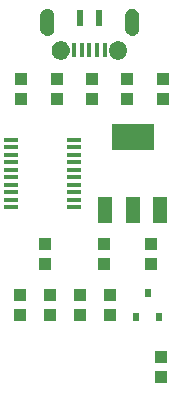
<source format=gtp>
G75*
%MOIN*%
%OFA0B0*%
%FSLAX24Y24*%
%IPPOS*%
%LPD*%
%AMOC8*
5,1,8,0,0,1.08239X$1,22.5*
%
%ADD10R,0.0394X0.0433*%
%ADD11R,0.0433X0.0394*%
%ADD12R,0.0450X0.0150*%
%ADD13R,0.0236X0.0276*%
%ADD14R,0.0480X0.0880*%
%ADD15R,0.1417X0.0866*%
%ADD16R,0.0236X0.0531*%
%ADD17R,0.0157X0.0492*%
%ADD18C,0.0020*%
%ADD19C,0.0050*%
D10*
X001020Y004914D03*
X001020Y005583D03*
X001845Y006607D03*
X001845Y007276D03*
X003814Y007276D03*
X003814Y006607D03*
X005388Y006607D03*
X005388Y007276D03*
X005708Y003521D03*
X005708Y002851D03*
X005782Y012119D03*
X005782Y012788D03*
X004601Y012788D03*
X004601Y012119D03*
X002239Y012119D03*
X002239Y012788D03*
D11*
X003420Y012788D03*
X003420Y012119D03*
X001058Y012119D03*
X001058Y012788D03*
X002020Y005583D03*
X002020Y004914D03*
X003020Y004914D03*
X003020Y005583D03*
X004020Y005583D03*
X004020Y004914D03*
D12*
X002825Y008517D03*
X002825Y008767D03*
X002825Y009017D03*
X002825Y009267D03*
X002825Y009517D03*
X002825Y009767D03*
X002825Y010017D03*
X002825Y010267D03*
X002825Y010517D03*
X002825Y010767D03*
X000715Y010767D03*
X000715Y010517D03*
X000715Y010267D03*
X000715Y010017D03*
X000715Y009767D03*
X000715Y009517D03*
X000715Y009267D03*
X000715Y009017D03*
X000715Y008767D03*
X000715Y008517D03*
D13*
X004896Y004855D03*
X005270Y005642D03*
X005644Y004855D03*
D14*
X005680Y008422D03*
X004770Y008422D03*
X003860Y008422D03*
D15*
X004770Y010862D03*
D16*
X003644Y014806D03*
X003014Y014806D03*
D17*
X003073Y013752D03*
X002818Y013752D03*
X003329Y013752D03*
X003585Y013752D03*
X003841Y013752D03*
D18*
X004571Y014349D02*
X004545Y014393D01*
X004530Y014440D01*
X004525Y014491D01*
X004525Y014904D01*
X004531Y014952D01*
X004547Y014998D01*
X004572Y015039D01*
X004607Y015073D01*
X004648Y015099D01*
X004694Y015115D01*
X004742Y015120D01*
X004786Y015116D01*
X004829Y015102D01*
X004868Y015080D01*
X004902Y015050D01*
X004929Y015014D01*
X004948Y014973D01*
X004958Y014929D01*
X004958Y014884D01*
X004958Y014455D01*
X004954Y014414D01*
X004941Y014375D01*
X004921Y014339D01*
X004894Y014307D01*
X004861Y014283D01*
X004823Y014265D01*
X004783Y014255D01*
X004742Y014254D01*
X004692Y014263D01*
X004646Y014283D01*
X004605Y014312D01*
X004571Y014349D01*
X004577Y014342D02*
X004923Y014342D01*
X004933Y014360D02*
X004564Y014360D01*
X004554Y014378D02*
X004943Y014378D01*
X004949Y014397D02*
X004544Y014397D01*
X004538Y014415D02*
X004954Y014415D01*
X004956Y014433D02*
X004532Y014433D01*
X004529Y014451D02*
X004958Y014451D01*
X004958Y014469D02*
X004527Y014469D01*
X004526Y014488D02*
X004958Y014488D01*
X004958Y014506D02*
X004525Y014506D01*
X004525Y014524D02*
X004958Y014524D01*
X004958Y014542D02*
X004525Y014542D01*
X004525Y014560D02*
X004958Y014560D01*
X004958Y014578D02*
X004525Y014578D01*
X004525Y014597D02*
X004958Y014597D01*
X004958Y014615D02*
X004525Y014615D01*
X004525Y014633D02*
X004958Y014633D01*
X004958Y014651D02*
X004525Y014651D01*
X004525Y014669D02*
X004958Y014669D01*
X004958Y014688D02*
X004525Y014688D01*
X004525Y014706D02*
X004958Y014706D01*
X004958Y014724D02*
X004525Y014724D01*
X004525Y014742D02*
X004958Y014742D01*
X004958Y014760D02*
X004525Y014760D01*
X004525Y014778D02*
X004958Y014778D01*
X004958Y014797D02*
X004525Y014797D01*
X004525Y014815D02*
X004958Y014815D01*
X004958Y014833D02*
X004525Y014833D01*
X004525Y014851D02*
X004958Y014851D01*
X004958Y014869D02*
X004525Y014869D01*
X004525Y014888D02*
X004958Y014888D01*
X004958Y014906D02*
X004525Y014906D01*
X004527Y014924D02*
X004958Y014924D01*
X004955Y014942D02*
X004530Y014942D01*
X004534Y014960D02*
X004950Y014960D01*
X004945Y014979D02*
X004540Y014979D01*
X004546Y014997D02*
X004937Y014997D01*
X004928Y015015D02*
X004557Y015015D01*
X004569Y015033D02*
X004915Y015033D01*
X004901Y015051D02*
X004585Y015051D01*
X004603Y015069D02*
X004880Y015069D01*
X004855Y015088D02*
X004630Y015088D01*
X004667Y015106D02*
X004818Y015106D01*
X004908Y014324D02*
X004594Y014324D01*
X004614Y014306D02*
X004891Y014306D01*
X004867Y014287D02*
X004640Y014287D01*
X004679Y014269D02*
X004832Y014269D01*
X002128Y014455D02*
X002123Y014414D01*
X002111Y014375D01*
X002090Y014339D01*
X002063Y014307D01*
X002030Y014283D01*
X001993Y014265D01*
X001952Y014255D01*
X001911Y014254D01*
X001862Y014263D01*
X001815Y014283D01*
X001774Y014312D01*
X001740Y014349D01*
X001715Y014393D01*
X001699Y014440D01*
X001695Y014491D01*
X001695Y014904D01*
X001700Y014952D01*
X001716Y014998D01*
X001742Y015039D01*
X001776Y015073D01*
X001817Y015099D01*
X001863Y015115D01*
X001911Y015120D01*
X001956Y015116D01*
X001999Y015102D01*
X002038Y015080D01*
X002071Y015050D01*
X002098Y015014D01*
X002117Y014973D01*
X002127Y014929D01*
X002128Y014884D01*
X002128Y014455D01*
X002127Y014451D02*
X001698Y014451D01*
X001697Y014469D02*
X002128Y014469D01*
X002128Y014488D02*
X001695Y014488D01*
X001695Y014506D02*
X002128Y014506D01*
X002128Y014524D02*
X001695Y014524D01*
X001695Y014542D02*
X002128Y014542D01*
X002128Y014560D02*
X001695Y014560D01*
X001695Y014578D02*
X002128Y014578D01*
X002128Y014597D02*
X001695Y014597D01*
X001695Y014615D02*
X002128Y014615D01*
X002128Y014633D02*
X001695Y014633D01*
X001695Y014651D02*
X002128Y014651D01*
X002128Y014669D02*
X001695Y014669D01*
X001695Y014688D02*
X002128Y014688D01*
X002128Y014706D02*
X001695Y014706D01*
X001695Y014724D02*
X002128Y014724D01*
X002128Y014742D02*
X001695Y014742D01*
X001695Y014760D02*
X002128Y014760D01*
X002128Y014778D02*
X001695Y014778D01*
X001695Y014797D02*
X002128Y014797D01*
X002128Y014815D02*
X001695Y014815D01*
X001695Y014833D02*
X002128Y014833D01*
X002128Y014851D02*
X001695Y014851D01*
X001695Y014869D02*
X002128Y014869D01*
X002128Y014888D02*
X001695Y014888D01*
X001695Y014906D02*
X002127Y014906D01*
X002127Y014924D02*
X001697Y014924D01*
X001699Y014942D02*
X002124Y014942D01*
X002120Y014960D02*
X001703Y014960D01*
X001709Y014979D02*
X002114Y014979D01*
X002106Y014997D02*
X001716Y014997D01*
X001727Y015015D02*
X002097Y015015D01*
X002084Y015033D02*
X001738Y015033D01*
X001754Y015051D02*
X002070Y015051D01*
X002049Y015069D02*
X001772Y015069D01*
X001799Y015088D02*
X002024Y015088D01*
X001987Y015106D02*
X001836Y015106D01*
X001702Y014433D02*
X002125Y014433D01*
X002123Y014415D02*
X001708Y014415D01*
X001713Y014397D02*
X002118Y014397D01*
X002112Y014378D02*
X001723Y014378D01*
X001734Y014360D02*
X002103Y014360D01*
X002092Y014342D02*
X001747Y014342D01*
X001763Y014324D02*
X002078Y014324D01*
X002061Y014306D02*
X001783Y014306D01*
X001809Y014287D02*
X002037Y014287D01*
X002002Y014269D02*
X001848Y014269D01*
D19*
X002156Y013904D02*
X002129Y013854D01*
X002113Y013799D01*
X002109Y013743D01*
X002113Y013686D01*
X002129Y013631D01*
X002156Y013581D01*
X002193Y013538D01*
X002239Y013504D01*
X002291Y013480D01*
X002346Y013468D01*
X002403Y013468D01*
X002459Y013480D01*
X002510Y013504D01*
X002556Y013538D01*
X002593Y013581D01*
X002620Y013631D01*
X002636Y013686D01*
X002640Y013743D01*
X002636Y013799D01*
X002620Y013854D01*
X002593Y013904D01*
X002556Y013947D01*
X002510Y013981D01*
X002459Y014005D01*
X002403Y014017D01*
X002346Y014017D01*
X002291Y014005D01*
X002239Y013981D01*
X002193Y013947D01*
X002156Y013904D01*
X002175Y013925D02*
X002574Y013925D01*
X002608Y013877D02*
X002141Y013877D01*
X002121Y013828D02*
X002628Y013828D01*
X002638Y013780D02*
X002112Y013780D01*
X002110Y013731D02*
X002640Y013731D01*
X002636Y013683D02*
X002114Y013683D01*
X002128Y013634D02*
X002621Y013634D01*
X002596Y013586D02*
X002153Y013586D01*
X002194Y013537D02*
X002555Y013537D01*
X002478Y013489D02*
X002272Y013489D01*
X002229Y013974D02*
X002520Y013974D01*
X004023Y013799D02*
X004039Y013854D01*
X004066Y013904D01*
X004103Y013947D01*
X004149Y013981D01*
X004201Y014005D01*
X004256Y014017D01*
X004313Y014017D01*
X004369Y014005D01*
X004420Y013981D01*
X004466Y013947D01*
X004503Y013904D01*
X004530Y013854D01*
X004546Y013799D01*
X004550Y013743D01*
X004546Y013686D01*
X004530Y013631D01*
X004503Y013581D01*
X004466Y013538D01*
X004420Y013504D01*
X004369Y013480D01*
X004313Y013468D01*
X004256Y013468D01*
X004201Y013480D01*
X004149Y013504D01*
X004103Y013538D01*
X004066Y013581D01*
X004039Y013631D01*
X004023Y013686D01*
X004019Y013743D01*
X004023Y013799D01*
X004022Y013780D02*
X004548Y013780D01*
X004550Y013731D02*
X004020Y013731D01*
X004024Y013683D02*
X004546Y013683D01*
X004531Y013634D02*
X004038Y013634D01*
X004063Y013586D02*
X004506Y013586D01*
X004465Y013537D02*
X004104Y013537D01*
X004182Y013489D02*
X004388Y013489D01*
X004538Y013828D02*
X004031Y013828D01*
X004051Y013877D02*
X004518Y013877D01*
X004484Y013925D02*
X004085Y013925D01*
X004139Y013974D02*
X004430Y013974D01*
M02*

</source>
